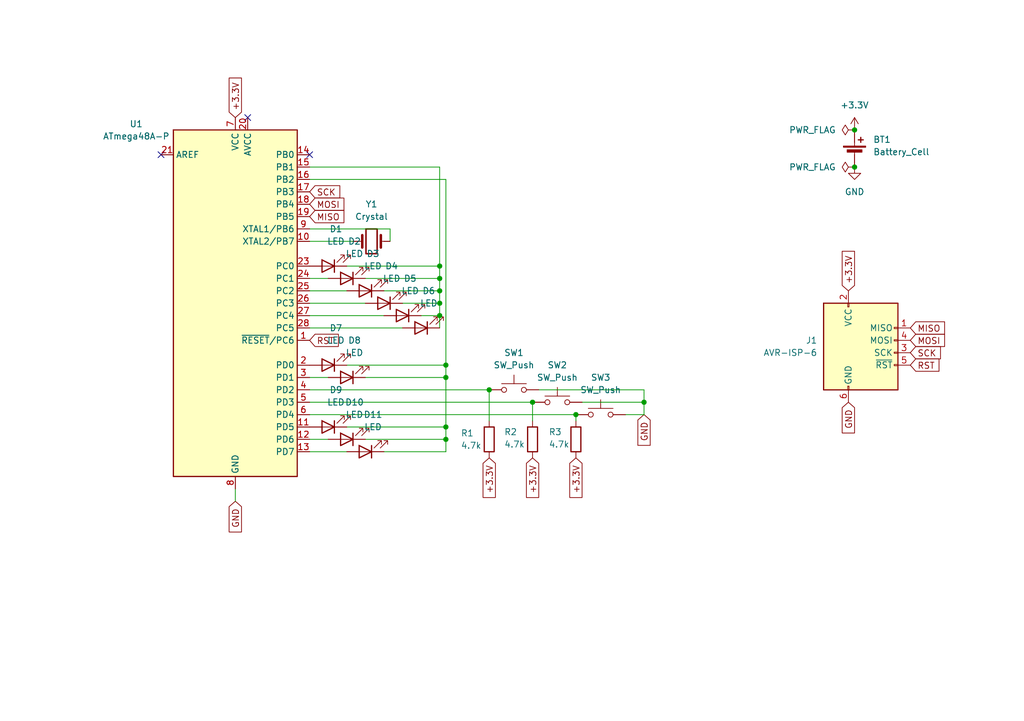
<source format=kicad_sch>
(kicad_sch (version 20231120) (generator "eeschema") (generator_version "8.0")
  (paper "A5")
  (title_block (title "Binary Clock") (company "Luca Schneider (84352)"))
  (lib_symbols
    (symbol "Connector:AVR-ISP-6" (pin_names (offset 1.016))
      (property "Reference" "J" (at -6.35 11.43 0))
      (property "Value" "AVR-ISP-6" (at 0 11.43 0))
      (symbol "AVR-ISP-6_0_1"
        (rectangle (start -2.667 -6.858) (end -2.413 -7.62))
        (rectangle (start -2.667 10.16) (end -2.413 9.398))
        (rectangle (start 7.62 -2.413) (end 6.858 -2.667))
        (rectangle (start 7.62 0.127) (end 6.858 -0.127))
        (rectangle (start 7.62 2.667) (end 6.858 2.413))
        (rectangle (start 7.62 5.207) (end 6.858 4.953))
        (rectangle (start 7.62 10.16) (end -7.62 -7.62) (stroke (width 0.254)) (fill (type background)))
      )
      (symbol "AVR-ISP-6_1_1"
        (pin passive line (at 10.16 5.08 180) (length 2.54) (name "MISO") (number "1"))
        (pin passive line (at -2.54 12.7 270) (length 2.54) (name "VCC") (number "2"))
        (pin passive line (at 10.16 0 180) (length 2.54) (name "SCK") (number "3"))
        (pin passive line (at 10.16 2.54 180) (length 2.54) (name "MOSI") (number "4"))
        (pin passive line (at 10.16 -2.54 180) (length 2.54) (name "~{RST}") (number "5"))
        (pin passive line (at -2.54 -10.16 90) (length 2.54) (name "GND") (number "6"))
      )
    )
    (symbol "Device:Battery_Cell" (pin_numbers hide) (pin_names (offset 0) hide)
      (property "Reference" "BT" (at 2.54 2.54 0))
      (property "Value" "Battery_Cell" (at 2.54 0 0))
      (symbol "Battery_Cell_0_1"
        (rectangle (start -2.286 1.778) (end 2.286 1.524) (fill (type outline)))
        (rectangle (start -1.524 1.016) (end 1.524 0.508) (fill (type outline)))
        (polyline (pts (xy 0 0.762) (xy 0 0)))
        (polyline (pts (xy 0 1.778) (xy 0 2.54)))
        (polyline (pts (xy 0.762 3.048) (xy 1.778 3.048)) (stroke (width 0.254)))
        (polyline (pts (xy 1.27 3.556) (xy 1.27 2.54)) (stroke (width 0.254)))
      )
      (symbol "Battery_Cell_1_1"
        (pin passive line (at 0 5.08 270) (length 2.54) (name "+") (number "1"))
        (pin passive line (at 0 -2.54 90) (length 2.54) (name "-") (number "2"))
      )
    )
    (symbol "Device:Crystal" (pin_numbers hide) (pin_names (offset 1.016) hide)
      (property "Reference" "Y" (at 0 3.81 0))
      (property "Value" "Crystal" (at 0 -3.81 0))
      (symbol "Crystal_0_1"
        (rectangle (start -1.143 2.54) (end 1.143 -2.54) (stroke (width 0.3048)))
        (polyline (pts (xy -2.54 0) (xy -1.905 0)))
        (polyline (pts (xy -1.905 -1.27) (xy -1.905 1.27)) (stroke (width 0.508)))
        (polyline (pts (xy 1.905 -1.27) (xy 1.905 1.27)) (stroke (width 0.508)))
        (polyline (pts (xy 2.54 0) (xy 1.905 0)))
      )
      (symbol "Crystal_1_1"
        (pin passive line (at -3.81 0 0) (length 1.27) (name "1") (number "1"))
        (pin passive line (at 3.81 0 180) (length 1.27) (name "2") (number "2"))
      )
    )
    (symbol "Device:LED" (pin_numbers hide) (pin_names (offset 1.016) hide)
      (property "Reference" "D" (at 0 2.54 0))
      (property "Value" "LED" (at 0 -2.54 0))
      (symbol "LED_0_1"
        (polyline (pts (xy -1.27 -1.27) (xy -1.27 1.27)) (stroke (width 0.254)))
        (polyline (pts (xy -1.27 0) (xy 1.27 0)))
        (polyline (pts (xy 1.27 -1.27) (xy 1.27 1.27) (xy -1.27 0) (xy 1.27 -1.27)) (stroke (width 0.254)))
        (polyline (pts (xy -3.048 -0.762) (xy -4.572 -2.286) (xy -3.81 -2.286) (xy -4.572 -2.286) (xy -4.572 -1.524)))
        (polyline (pts (xy -1.778 -0.762) (xy -3.302 -2.286) (xy -2.54 -2.286) (xy -3.302 -2.286) (xy -3.302 -1.524)))
      )
      (symbol "LED_1_1"
        (pin passive line (at -3.81 0 0) (length 2.54) (name "K") (number "1"))
        (pin passive line (at 3.81 0 180) (length 2.54) (name "A") (number "2"))
      )
    )
    (symbol "Device:R" (pin_numbers hide) (pin_names (offset 0))
      (property "Reference" "R" (at 2.032 0 90))
      (property "Value" "R" (at 0 0 90))
      (symbol "R_0_1"
        (rectangle (start -1.016 -2.54) (end 1.016 2.54) (stroke (width 0.254)))
      )
      (symbol "R_1_1"
        (pin passive line (at 0 3.81 270) (length 1.27) (name "~") (number "1"))
        (pin passive line (at 0 -3.81 90) (length 1.27) (name "~") (number "2"))
      )
    )
    (symbol "MCU_Microchip_ATmega:ATmega48A-P"
      (property "Reference" "U" (at -12.7 36.83 0))
      (property "Value" "ATmega48A-P" (at 2.54 -36.83 0))
      (symbol "ATmega48A-P_0_1"
        (rectangle (start -12.7 -35.56) (end 12.7 35.56) (stroke (width 0.254)) (fill (type background)))
      )
      (symbol "ATmega48A-P_1_1"
        (pin bidirectional line (at 15.24 -7.62 180) (length 2.54) (name "~{RESET}/PC6") (number "1"))
        (pin bidirectional line (at 15.24 12.7 180) (length 2.54) (name "XTAL2/PB7") (number "10"))
        (pin bidirectional line (at 15.24 -25.4 180) (length 2.54) (name "PD5") (number "11"))
        (pin bidirectional line (at 15.24 -27.94 180) (length 2.54) (name "PD6") (number "12"))
        (pin bidirectional line (at 15.24 -30.48 180) (length 2.54) (name "PD7") (number "13"))
        (pin bidirectional line (at 15.24 30.48 180) (length 2.54) (name "PB0") (number "14"))
        (pin bidirectional line (at 15.24 27.94 180) (length 2.54) (name "PB1") (number "15"))
        (pin bidirectional line (at 15.24 25.4 180) (length 2.54) (name "PB2") (number "16"))
        (pin bidirectional line (at 15.24 22.86 180) (length 2.54) (name "PB3") (number "17"))
        (pin bidirectional line (at 15.24 20.32 180) (length 2.54) (name "PB4") (number "18"))
        (pin bidirectional line (at 15.24 17.78 180) (length 2.54) (name "PB5") (number "19"))
        (pin bidirectional line (at 15.24 -12.7 180) (length 2.54) (name "PD0") (number "2"))
        (pin power_in line (at 2.54 38.1 270) (length 2.54) (name "AVCC") (number "20"))
        (pin passive line (at -15.24 30.48 0) (length 2.54) (name "AREF") (number "21"))
        (pin passive line (at 0 -38.1 90) (length 2.54) hide (name "GND") (number "22"))
        (pin bidirectional line (at 15.24 7.62 180) (length 2.54) (name "PC0") (number "23"))
        (pin bidirectional line (at 15.24 5.08 180) (length 2.54) (name "PC1") (number "24"))
        (pin bidirectional line (at 15.24 2.54 180) (length 2.54) (name "PC2") (number "25"))
        (pin bidirectional line (at 15.24 0 180) (length 2.54) (name "PC3") (number "26"))
        (pin bidirectional line (at 15.24 -2.54 180) (length 2.54) (name "PC4") (number "27"))
        (pin bidirectional line (at 15.24 -5.08 180) (length 2.54) (name "PC5") (number "28"))
        (pin bidirectional line (at 15.24 -15.24 180) (length 2.54) (name "PD1") (number "3"))
        (pin bidirectional line (at 15.24 -17.78 180) (length 2.54) (name "PD2") (number "4"))
        (pin bidirectional line (at 15.24 -20.32 180) (length 2.54) (name "PD3") (number "5"))
        (pin bidirectional line (at 15.24 -22.86 180) (length 2.54) (name "PD4") (number "6"))
        (pin power_in line (at 0 38.1 270) (length 2.54) (name "VCC") (number "7"))
        (pin power_in line (at 0 -38.1 90) (length 2.54) (name "GND") (number "8"))
        (pin bidirectional line (at 15.24 15.24 180) (length 2.54) (name "XTAL1/PB6") (number "9"))
      )
    )
    (symbol "Switch:SW_Push" (pin_numbers hide) (pin_names (offset 1.016) hide)
      (property "Reference" "SW" (at 1.27 2.54 0))
      (property "Value" "SW_Push" (at 0 -1.524 0))
      (symbol "SW_Push_0_1"
        (circle (center -2.032 0) (radius 0.508))
        (polyline (pts (xy 0 1.27) (xy 0 3.048)))
        (polyline (pts (xy 2.54 1.27) (xy -2.54 1.27)))
        (circle (center 2.032 0) (radius 0.508))
        (pin passive line (at -5.08 0 0) (length 2.54) (name "1") (number "1"))
        (pin passive line (at 5.08 0 180) (length 2.54) (name "2") (number "2"))
      )
    )
    (symbol "power:+3.3V" (power) (pin_numbers hide) (pin_names (offset 0) hide)
      (property "Value" "+3.3V" (at 0 3.556 0))
      (symbol "+3.3V_0_1"
        (polyline (pts (xy -0.762 1.27) (xy 0 2.54)))
        (polyline (pts (xy 0 0) (xy 0 2.54)))
        (polyline (pts (xy 0 2.54) (xy 0.762 1.27)))
      )
      (symbol "+3.3V_1_1"
        (pin power_in line (at 0 0 90) (length 0) (name "~") (number "1"))
      )
    )
    (symbol "power:GND" (power) (pin_numbers hide) (pin_names (offset 0) hide)
      (property "Value" "GND" (at 0 -3.81 0))
      (symbol "GND_0_1"
        (polyline (pts (xy 0 0) (xy 0 -1.27) (xy 1.27 -1.27) (xy 0 -2.54) (xy -1.27 -1.27) (xy 0 -1.27)))
      )
      (symbol "GND_1_1"
        (pin power_in line (at 0 0 270) (length 0) (name "~") (number "1"))
      )
    )
    (symbol "power:PWR_FLAG" (power) (pin_numbers hide) (pin_names (offset 0) hide)
      (property "Value" "PWR_FLAG" (at 0 3.81 0))
      (symbol "PWR_FLAG_0_0"
        (pin power_out line (at 0 0 90) (length 0) (name "~") (number "1"))
      )
      (symbol "PWR_FLAG_0_1"
        (polyline (pts (xy 0 0) (xy 0 1.27) (xy -1.016 1.905) (xy 0 2.54) (xy 1.016 1.905) (xy 0 1.27)))
      )
    )
  )
  (junction (at 91.44 87.63))
  (junction (at 90.17 57.15))
  (junction (at 90.17 54.61))
  (junction (at 175.26 26.67))
  (junction (at 118.11 85.09))
  (junction (at 90.17 62.23))
  (junction (at 90.17 64.77))
  (junction (at 91.44 90.17))
  (junction (at 100.33 80.01))
  (junction (at 175.26 34.29))
  (junction (at 132.08 82.55))
  (junction (at 90.17 59.69))
  (junction (at 91.44 74.93))
  (junction (at 91.44 77.47))
  (junction (at 109.22 82.55))
  (no_connect (at 63.5 31.75))
  (no_connect (at 50.8 24.13))
  (no_connect (at 33.02 31.75))
  (wire (pts (xy 91.44 87.63) (xy 91.44 90.17)))
  (wire (pts (xy 91.44 90.17) (xy 91.44 92.71)))
  (wire (pts (xy 90.17 62.23) (xy 90.17 64.77)))
  (wire (pts (xy 71.12 87.63) (xy 91.44 87.63)))
  (wire (pts (xy 48.26 100.33) (xy 48.26 102.87)))
  (wire (pts (xy 119.38 82.55) (xy 132.08 82.55)))
  (wire (pts (xy 67.31 90.17) (xy 63.5 90.17)))
  (wire (pts (xy 91.44 77.47) (xy 91.44 87.63)))
  (wire (pts (xy 90.17 54.61) (xy 90.17 57.15)))
  (wire (pts (xy 90.17 34.29) (xy 63.5 34.29)))
  (wire (pts (xy 132.08 82.55) (xy 132.08 80.01)))
  (wire (pts (xy 74.93 77.47) (xy 91.44 77.47)))
  (wire (pts (xy 91.44 36.83) (xy 91.44 74.93)))
  (wire (pts (xy 63.5 85.09) (xy 118.11 85.09)))
  (wire (pts (xy 78.74 64.77) (xy 63.5 64.77)))
  (wire (pts (xy 80.01 46.99) (xy 80.01 49.53)))
  (wire (pts (xy 109.22 82.55) (xy 109.22 86.36)))
  (wire (pts (xy 71.12 54.61) (xy 90.17 54.61)))
  (wire (pts (xy 82.55 67.31) (xy 63.5 67.31)))
  (wire (pts (xy 71.12 59.69) (xy 63.5 59.69)))
  (wire (pts (xy 90.17 34.29) (xy 90.17 54.61)))
  (wire (pts (xy 78.74 59.69) (xy 90.17 59.69)))
  (wire (pts (xy 63.5 82.55) (xy 109.22 82.55)))
  (wire (pts (xy 74.93 62.23) (xy 63.5 62.23)))
  (wire (pts (xy 63.5 36.83) (xy 91.44 36.83)))
  (wire (pts (xy 90.17 59.69) (xy 90.17 62.23)))
  (wire (pts (xy 128.27 85.09) (xy 132.08 85.09)))
  (wire (pts (xy 71.12 92.71) (xy 63.5 92.71)))
  (wire (pts (xy 82.55 62.23) (xy 90.17 62.23)))
  (wire (pts (xy 90.17 57.15) (xy 90.17 59.69)))
  (wire (pts (xy 74.93 90.17) (xy 91.44 90.17)))
  (wire (pts (xy 132.08 85.09) (xy 132.08 82.55)))
  (wire (pts (xy 78.74 92.71) (xy 91.44 92.71)))
  (wire (pts (xy 67.31 77.47) (xy 63.5 77.47)))
  (wire (pts (xy 91.44 74.93) (xy 91.44 77.47)))
  (wire (pts (xy 100.33 80.01) (xy 100.33 86.36)))
  (wire (pts (xy 110.49 80.01) (xy 132.08 80.01)))
  (wire (pts (xy 63.5 46.99) (xy 80.01 46.99)))
  (wire (pts (xy 90.17 64.77) (xy 90.17 67.31)))
  (wire (pts (xy 74.93 57.15) (xy 90.17 57.15)))
  (wire (pts (xy 63.5 49.53) (xy 72.39 49.53)))
  (wire (pts (xy 71.12 74.93) (xy 91.44 74.93)))
  (wire (pts (xy 63.5 80.01) (xy 100.33 80.01)))
  (wire (pts (xy 67.31 57.15) (xy 63.5 57.15)))
  (wire (pts (xy 118.11 85.09) (xy 118.11 86.36)))
  (wire (pts (xy 86.36 64.77) (xy 90.17 64.77)))
  (global_label "+3.3V" (shape input) (at 100.33 93.98 270) (property "Intersheetrefs" "${INTERSHEET_REFS}" (effects (hide yes))))
  (global_label "+3.3V" (shape input) (at 118.11 93.98 270) (property "Intersheetrefs" "${INTERSHEET_REFS}" (effects (hide yes))))
  (global_label "RST" (shape input) (at 186.69 74.93 0) (property "Intersheetrefs" "${INTERSHEET_REFS}" (effects (hide yes))))
  (global_label "MISO" (shape input) (at 186.69 67.31 0) (property "Intersheetrefs" "${INTERSHEET_REFS}" (effects (hide yes))))
  (global_label "MOSI" (shape input) (at 63.5 41.91 0) (property "Intersheetrefs" "${INTERSHEET_REFS}" (effects (hide yes))))
  (global_label "+3.3V" (shape input) (at 173.99 59.69 90) (property "Intersheetrefs" "${INTERSHEET_REFS}" (effects (hide yes))))
  (global_label "GND" (shape input) (at 132.08 85.09 270) (property "Intersheetrefs" "${INTERSHEET_REFS}" (effects (hide yes))))
  (global_label "RST" (shape input) (at 63.5 69.85 0) (property "Intersheetrefs" "${INTERSHEET_REFS}" (effects (hide yes))))
  (global_label "GND" (shape input) (at 48.26 102.87 270) (property "Intersheetrefs" "${INTERSHEET_REFS}" (effects (hide yes))))
  (global_label "SCK" (shape input) (at 186.69 72.39 0) (property "Intersheetrefs" "${INTERSHEET_REFS}" (effects (hide yes))))
  (global_label "SCK" (shape input) (at 63.5 39.37 0) (property "Intersheetrefs" "${INTERSHEET_REFS}" (effects (hide yes))))
  (global_label "GND" (shape input) (at 173.99 82.55 270) (property "Intersheetrefs" "${INTERSHEET_REFS}" (effects (hide yes))))
  (global_label "+3.3V" (shape input) (at 48.26 24.13 90) (property "Intersheetrefs" "${INTERSHEET_REFS}" (effects (hide yes))))
  (global_label "MISO" (shape input) (at 63.5 44.45 0) (property "Intersheetrefs" "${INTERSHEET_REFS}" (effects (hide yes))))
  (global_label "+3.3V" (shape input) (at 109.22 93.98 270) (property "Intersheetrefs" "${INTERSHEET_REFS}" (effects (hide yes))))
  (global_label "MOSI" (shape input) (at 186.69 69.85 0) (property "Intersheetrefs" "${INTERSHEET_REFS}" (effects (hide yes))))
  (symbol (lib_id "Device:LED") (at 67.31 54.61 180) (unit 1)
    (property "Reference" "D1" (at 68.8975 46.99 0))
    (property "Value" "LED" (at 68.8975 49.53 0))
    (property "Footprint" "LED_THT:LED_D3.0mm" (effects (hide yes)))
    (property "Description" "Light emitting diode" (effects (hide yes)))
  )
  (symbol (lib_id "Device:LED") (at 71.12 90.17 180) (unit 1)
    (property "Reference" "D10" (at 72.7075 82.55 0))
    (property "Value" "LED" (at 72.7075 85.09 0))
    (property "Footprint" "LED_THT:LED_D3.0mm" (effects (hide yes)))
    (property "Description" "Light emitting diode" (effects (hide yes)))
  )
  (symbol (lib_id "Device:Crystal") (at 76.2 49.53 0) (unit 1)
    (property "Reference" "Y1" (at 76.2 41.91 0))
    (property "Value" "Crystal" (at 76.2 44.45 0))
    (property "Footprint" "Crystal:Crystal_DS10_D1.0mm_L4.3mm_Vertical" (effects (hide yes)))
    (property "Description" "Two pin crystal" (effects (hide yes)))
  )
  (symbol (lib_id "Device:LED") (at 67.31 87.63 180) (unit 1)
    (property "Reference" "D9" (at 68.8975 80.01 0))
    (property "Value" "LED" (at 68.8975 82.55 0))
    (property "Footprint" "LED_THT:LED_D3.0mm" (effects (hide yes)))
    (property "Description" "Light emitting diode" (effects (hide yes)))
  )
  (symbol (lib_id "power:GND") (at 175.26 34.29 0) (unit 1)
    (property "Reference" "#PWR02" (effects (hide yes)))
    (property "Value" "GND" (at 175.26 39.37 0))
    (property "Description" "Power symbol creates a global label with name \"GND\" , ground" (effects (hide yes)))
  )
  (symbol (lib_id "Switch:SW_Push") (at 105.41 80.01 0) (unit 1)
    (property "Reference" "SW1" (at 105.41 72.39 0))
    (property "Value" "SW_Push" (at 105.41 74.93 0))
    (property "Footprint" "Button_Switch_THT:SW_PUSH_6mm" (effects (hide yes)))
    (property "Description" "Push button switch, generic, two pins" (effects (hide yes)))
  )
  (symbol (lib_id "Device:LED") (at 67.31 74.93 180) (unit 1)
    (property "Reference" "D7" (at 68.8975 67.31 0))
    (property "Value" "LED" (at 68.8975 69.85 0))
    (property "Footprint" "LED_THT:LED_D3.0mm" (effects (hide yes)))
    (property "Description" "Light emitting diode" (effects (hide yes)))
  )
  (symbol (lib_id "Device:R") (at 100.33 90.17 0) (unit 1)
    (property "Reference" "R1" (at 94.488 88.9 0) (effects (justify left)))
    (property "Value" "4.7k" (at 94.488 91.44 0) (effects (justify left)))
    (property "Footprint" "Resistor_THT:R_Axial_DIN0207_L6.3mm_D2.5mm_P10.16mm_Horizontal" (effects (hide yes)))
    (property "Description" "Resistor" (effects (hide yes)))
  )
  (symbol (lib_id "Device:LED") (at 71.12 57.15 180) (unit 1)
    (property "Reference" "D2" (at 72.7075 49.53 0))
    (property "Value" "LED" (at 72.7075 52.07 0))
    (property "Footprint" "LED_THT:LED_D3.0mm" (effects (hide yes)))
    (property "Description" "Light emitting diode" (effects (hide yes)))
  )
  (symbol (lib_id "Switch:SW_Push") (at 123.19 85.09 0) (unit 1)
    (property "Reference" "SW3" (at 123.19 77.47 0))
    (property "Value" "SW_Push" (at 123.19 80.01 0))
    (property "Footprint" "Button_Switch_THT:SW_PUSH_6mm" (effects (hide yes)))
    (property "Description" "Push button switch, generic, two pins" (effects (hide yes)))
  )
  (symbol (lib_id "Device:LED") (at 71.12 77.47 180) (unit 1)
    (property "Reference" "D8" (at 72.7075 69.85 0))
    (property "Value" "LED" (at 72.7075 72.39 0))
    (property "Footprint" "LED_THT:LED_D3.0mm" (effects (hide yes)))
    (property "Description" "Light emitting diode" (effects (hide yes)))
  )
  (symbol (lib_id "Device:LED") (at 78.74 62.23 180) (unit 1)
    (property "Reference" "D4" (at 80.3275 54.61 0))
    (property "Value" "LED" (at 80.3275 57.15 0))
    (property "Footprint" "LED_THT:LED_D3.0mm" (effects (hide yes)))
    (property "Description" "Light emitting diode" (effects (hide yes)))
  )
  (symbol (lib_id "MCU_Microchip_ATmega:ATmega48A-P") (at 48.26 62.23 0) (unit 1)
    (property "Reference" "U1" (at 27.94 25.4314 0))
    (property "Value" "ATmega48A-P" (at 27.94 27.9714 0))
    (property "Footprint" "Package_DIP:DIP-28_W7.62mm" (effects (hide yes)))
    (property "Datasheet" "http://ww1.microchip.com/downloads/en/DeviceDoc/ATmega48A_88A_168A-Data-Sheet-40002007A.pdf" (effects (hide yes)))
    (property "Description" "20MHz, 4kB Flash, 512B SRAM, 256B EEPROM, DIP-28" (effects (hide yes)))
  )
  (symbol (lib_id "power:+3.3V") (at 175.26 26.67 0) (unit 1)
    (property "Reference" "#PWR01" (effects (hide yes)))
    (property "Value" "+3.3V" (at 175.26 21.59 0))
    (property "Description" "Power symbol creates a global label with name \"+3.3V\"" (effects (hide yes)))
  )
  (symbol (lib_id "Device:LED") (at 86.36 67.31 180) (unit 1)
    (property "Reference" "D6" (at 87.9475 59.69 0))
    (property "Value" "LED" (at 87.9475 62.23 0))
    (property "Footprint" "LED_THT:LED_D3.0mm" (effects (hide yes)))
    (property "Description" "Light emitting diode" (effects (hide yes)))
  )
  (symbol (lib_id "power:PWR_FLAG") (at 175.26 34.29 90) (unit 1)
    (property "Reference" "#FLG02" (effects (hide yes)))
    (property "Value" "PWR_FLAG" (at 171.45 34.2899 90) (effects (justify left)))
    (property "Description" "Special symbol for telling ERC where power comes from" (effects (hide yes)))
  )
  (symbol (lib_id "Device:Battery_Cell") (at 175.26 31.75 0) (unit 1)
    (property "Reference" "BT1" (at 179.07 28.6384 0) (effects (justify left)))
    (property "Value" "Battery_Cell" (at 179.07 31.1784 0) (effects (justify left)))
    (property "Footprint" "Battery:BatteryHolder_Keystone_103_1x20mm" (effects (hide yes)))
    (property "Description" "Single-cell battery" (effects (hide yes)))
  )
  (symbol (lib_id "Device:R") (at 109.22 90.17 0) (unit 1)
    (property "Reference" "R2" (at 103.378 88.646 0) (effects (justify left)))
    (property "Value" "4.7k" (at 103.378 91.186 0) (effects (justify left)))
    (property "Footprint" "Resistor_THT:R_Axial_DIN0207_L6.3mm_D2.5mm_P10.16mm_Horizontal" (effects (hide yes)))
    (property "Description" "Resistor" (effects (hide yes)))
  )
  (symbol (lib_id "Device:LED") (at 82.55 64.77 180) (unit 1)
    (property "Reference" "D5" (at 84.1375 57.15 0))
    (property "Value" "LED" (at 84.1375 59.69 0))
    (property "Footprint" "LED_THT:LED_D3.0mm" (effects (hide yes)))
    (property "Description" "Light emitting diode" (effects (hide yes)))
  )
  (symbol (lib_id "Device:LED") (at 74.93 59.69 180) (unit 1)
    (property "Reference" "D3" (at 76.5175 52.07 0))
    (property "Value" "LED" (at 76.5175 54.61 0))
    (property "Footprint" "LED_THT:LED_D3.0mm" (effects (hide yes)))
    (property "Description" "Light emitting diode" (effects (hide yes)))
  )
  (symbol (lib_id "Device:R") (at 118.11 90.17 0) (unit 1)
    (property "Reference" "R3" (at 112.522 88.646 0) (effects (justify left)))
    (property "Value" "4.7k" (at 112.522 91.186 0) (effects (justify left)))
    (property "Footprint" "Resistor_THT:R_Axial_DIN0207_L6.3mm_D2.5mm_P10.16mm_Horizontal" (effects (hide yes)))
    (property "Description" "Resistor" (effects (hide yes)))
  )
  (symbol (lib_id "power:PWR_FLAG") (at 175.26 26.67 90) (unit 1)
    (property "Reference" "#FLG01" (effects (hide yes)))
    (property "Value" "PWR_FLAG" (at 171.45 26.6699 90) (effects (justify left)))
    (property "Description" "Special symbol for telling ERC where power comes from" (effects (hide yes)))
  )
  (symbol (lib_id "Connector:AVR-ISP-6") (at 176.53 72.39 0) (unit 1)
    (property "Reference" "J1" (at 167.64 69.8499 0) (effects (justify right)))
    (property "Value" "AVR-ISP-6" (at 167.64 72.3899 0) (effects (justify right)))
    (property "Footprint" "Connector_PinSocket_2.54mm:PinSocket_2x03_P2.54mm_Vertical" (effects (hide yes)))
    (property "Description" "Atmel 6-pin ISP connector" (effects (hide yes)))
  )
  (symbol (lib_id "Device:LED") (at 74.93 92.71 180) (unit 1)
    (property "Reference" "D11" (at 76.5175 85.09 0))
    (property "Value" "LED" (at 76.5175 87.63 0))
    (property "Footprint" "LED_THT:LED_D3.0mm" (effects (hide yes)))
    (property "Description" "Light emitting diode" (effects (hide yes)))
  )
  (symbol (lib_id "Switch:SW_Push") (at 114.3 82.55 0) (unit 1)
    (property "Reference" "SW2" (at 114.3 74.93 0))
    (property "Value" "SW_Push" (at 114.3 77.47 0))
    (property "Footprint" "Button_Switch_THT:SW_PUSH_6mm" (effects (hide yes)))
    (property "Description" "Push button switch, generic, two pins" (effects (hide yes)))
  )
)
</source>
